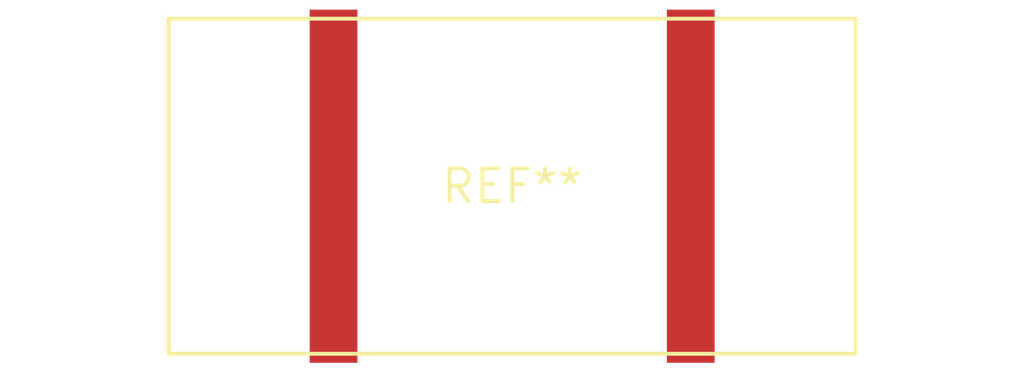
<source format=kicad_pcb>
(kicad_pcb (version 20240108) (generator pcbnew)
  (layers (0 "F.Cu" signal) (31 "B.Cu" signal) (34 "B.Paste" user) (35 "F.Paste" user) (36 "B.SilkS" user "B.Silkscreen") (37 "F.SilkS" user "F.Silkscreen") (38 "B.Mask" user) (39 "F.Mask" user) (44 "Edge.Cuts" user))
  (net 0 "")
  (footprint "Heatsink_AAVID_573300D00010G_TO-263" (layer "F.Cu") (at 0 0)
    (property "Reference" "REF**")
    (property "Value" "Heatsink_AAVID_573300D00010G_TO-263")
    (fp_line (start -13.3 -6.5) (end 13.3 -6.5) (layer "F.SilkS") (stroke (width 0.15)))
    (fp_line (start -13.3 6.5) (end -13.3 -6.5) (layer "F.SilkS") (stroke (width 0.15)))
    (fp_line (start -13.3 6.5) (end 13.3 6.5) (layer "F.SilkS") (stroke (width 0.15)))
    (fp_line (start 13.3 -6.5) (end 13.3 6.5) (layer "F.SilkS") (stroke (width 0.15)))
    (pad "1" smd rect (at -6.92 0) (size 1.85 13.7) (layers "F.Cu" "F.Paste" "F.Mask"))
    (pad "1" smd rect (at 6.92 0) (size 1.85 13.7) (layers "F.Cu" "F.Paste" "F.Mask"))
  )
)
</source>
